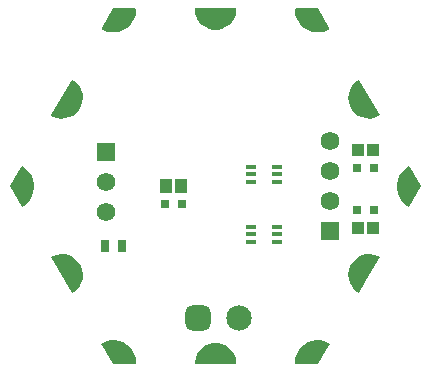
<source format=gts>
G04*
G04 #@! TF.GenerationSoftware,Altium Limited,Altium Designer,25.8.1 (18)*
G04*
G04 Layer_Color=8388736*
%FSLAX44Y44*%
%MOMM*%
G71*
G04*
G04 #@! TF.SameCoordinates,49EF26A0-86A8-49CD-8BE6-FAAFDC87ECF6*
G04*
G04*
G04 #@! TF.FilePolarity,Negative*
G04*
G01*
G75*
%ADD18R,0.8000X0.7500*%
G04:AMPARAMS|DCode=19|XSize=0.9mm|YSize=0.4mm|CornerRadius=0.05mm|HoleSize=0mm|Usage=FLASHONLY|Rotation=180.000|XOffset=0mm|YOffset=0mm|HoleType=Round|Shape=RoundedRectangle|*
%AMROUNDEDRECTD19*
21,1,0.9000,0.3000,0,0,180.0*
21,1,0.8000,0.4000,0,0,180.0*
1,1,0.1000,-0.4000,0.1500*
1,1,0.1000,0.4000,0.1500*
1,1,0.1000,0.4000,-0.1500*
1,1,0.1000,-0.4000,-0.1500*
%
%ADD19ROUNDEDRECTD19*%
%ADD25R,0.8000X0.8000*%
%ADD26R,1.0532X1.1032*%
%ADD27R,1.0032X1.1532*%
%ADD28R,0.7400X0.9900*%
G04:AMPARAMS|DCode=29|XSize=1.2032mm|YSize=1.2032mm|CornerRadius=0.6016mm|HoleSize=0mm|Usage=FLASHONLY|Rotation=300.000|XOffset=0mm|YOffset=0mm|HoleType=Round|Shape=RoundedRectangle|*
%AMROUNDEDRECTD29*
21,1,1.2032,0.0000,0,0,300.0*
21,1,0.0000,1.2032,0,0,300.0*
1,1,1.2032,0.0000,0.0000*
1,1,1.2032,0.0000,0.0000*
1,1,1.2032,0.0000,0.0000*
1,1,1.2032,0.0000,0.0000*
%
%ADD29ROUNDEDRECTD29*%
G04:AMPARAMS|DCode=30|XSize=1.2032mm|YSize=1.2032mm|CornerRadius=0.6016mm|HoleSize=0mm|Usage=FLASHONLY|Rotation=60.000|XOffset=0mm|YOffset=0mm|HoleType=Round|Shape=RoundedRectangle|*
%AMROUNDEDRECTD30*
21,1,1.2032,0.0000,0,0,60.0*
21,1,0.0000,1.2032,0,0,60.0*
1,1,1.2032,0.0000,0.0000*
1,1,1.2032,0.0000,0.0000*
1,1,1.2032,0.0000,0.0000*
1,1,1.2032,0.0000,0.0000*
%
%ADD30ROUNDEDRECTD30*%
G04:AMPARAMS|DCode=31|XSize=1.2032mm|YSize=1.2032mm|CornerRadius=0.6016mm|HoleSize=0mm|Usage=FLASHONLY|Rotation=180.000|XOffset=0mm|YOffset=0mm|HoleType=Round|Shape=RoundedRectangle|*
%AMROUNDEDRECTD31*
21,1,1.2032,0.0000,0,0,180.0*
21,1,0.0000,1.2032,0,0,180.0*
1,1,1.2032,0.0000,0.0000*
1,1,1.2032,0.0000,0.0000*
1,1,1.2032,0.0000,0.0000*
1,1,1.2032,0.0000,0.0000*
%
%ADD31ROUNDEDRECTD31*%
%ADD32R,1.5900X1.5900*%
%ADD33C,1.5900*%
%ADD34C,2.1532*%
G04:AMPARAMS|DCode=35|XSize=2.1532mm|YSize=2.1532mm|CornerRadius=0.5891mm|HoleSize=0mm|Usage=FLASHONLY|Rotation=0.000|XOffset=0mm|YOffset=0mm|HoleType=Round|Shape=RoundedRectangle|*
%AMROUNDEDRECTD35*
21,1,2.1532,0.9750,0,0,0.0*
21,1,0.9750,2.1532,0,0,0.0*
1,1,1.1782,0.4875,-0.4875*
1,1,1.1782,-0.4875,-0.4875*
1,1,1.1782,-0.4875,0.4875*
1,1,1.1782,0.4875,0.4875*
%
%ADD35ROUNDEDRECTD35*%
%ADD36C,1.5700*%
%ADD37R,1.5700X1.5700*%
G36*
X17444Y150500D02*
X17493D01*
X17544Y148745D01*
X16945Y145287D01*
X15672Y142015D01*
X13774Y139062D01*
X11327Y136544D01*
X8429Y134563D01*
X5196Y133196D01*
X1755Y132499D01*
X-1755D01*
X-5196Y133196D01*
X-8429Y134563D01*
X-11327Y136544D01*
X-13774Y139062D01*
X-15672Y142015D01*
X-16945Y145287D01*
X-16950Y145316D01*
X-16954Y145326D01*
X-17554Y148781D01*
X-17505Y150534D01*
X17443Y150557D01*
X17444Y150500D01*
D02*
G37*
G36*
X86890Y150530D02*
X96320Y134242D01*
X96269Y134211D01*
X96781Y133322D01*
X96738Y133295D01*
X96781Y133221D01*
X96781D01*
X95288Y132310D01*
X92025Y131047D01*
X88590Y130385D01*
X85091Y130344D01*
X81642Y130926D01*
X78350Y132112D01*
X75323Y133865D01*
X72655Y136128D01*
X70432Y138830D01*
X68725Y141884D01*
X67589Y145193D01*
X67059Y148651D01*
X67061Y148737D01*
X67059Y148751D01*
X67106Y150500D01*
X68068D01*
X68069Y150553D01*
Y150553D01*
X86890Y150530D01*
D02*
G37*
G36*
X-68068Y150500D02*
X-67106D01*
X-67059Y148751D01*
X-67062Y148736D01*
X-67059Y148651D01*
X-67589Y145193D01*
X-68726Y141884D01*
X-70432Y138830D01*
X-72655Y136128D01*
X-75323Y133865D01*
X-78351Y132112D01*
X-81642Y130926D01*
X-85092Y130344D01*
X-88590Y130385D01*
X-92025Y131047D01*
X-95288Y132310D01*
X-96781Y133221D01*
X-96739Y133295D01*
X-96781Y133322D01*
X-96269Y134211D01*
X-96320Y134242D01*
Y134242D01*
X-86890Y150530D01*
X-68069Y150553D01*
X-68068Y150500D01*
D02*
G37*
G36*
X139080Y60123D02*
X139037Y60097D01*
X139079Y60023D01*
X137587Y59102D01*
X134297Y57890D01*
X130831Y57355D01*
X127328Y57520D01*
X123928Y58377D01*
X120765Y59892D01*
X117967Y62004D01*
X115644Y64631D01*
X113888Y67667D01*
X112771Y70991D01*
X112336Y74470D01*
X112340Y74534D01*
X112336Y74570D01*
X112600Y78067D01*
X113554Y81442D01*
X115159Y84559D01*
X117351Y87296D01*
X120043Y89544D01*
X121586Y90378D01*
X139080Y60123D01*
D02*
G37*
G36*
X-120043Y89544D02*
X-117351Y87296D01*
X-115159Y84559D01*
X-113554Y81442D01*
X-112600Y78067D01*
X-112336Y74570D01*
X-112341Y74532D01*
X-112336Y74470D01*
X-112771Y70991D01*
X-113889Y67667D01*
X-114774Y66135D01*
X-115661Y64596D01*
X-117981Y61967D01*
X-120777Y59850D01*
X-123938Y58331D01*
X-127337Y57470D01*
X-130839Y57301D01*
X-134306Y57831D01*
X-137598Y59038D01*
X-139091Y59957D01*
X-139091D01*
X-139060Y60011D01*
X-139080Y60023D01*
X-139037Y60097D01*
X-139080Y60123D01*
X-139080D01*
X-121586Y90378D01*
X-120043Y89544D01*
D02*
G37*
G36*
X-162348Y16241D02*
X-159615Y14045D01*
X-157316Y11399D01*
X-155525Y8386D01*
X-154298Y5102D01*
X-153674Y1653D01*
Y-1853D01*
X-154298Y-5303D01*
X-155525Y-8586D01*
X-157316Y-11599D01*
X-159615Y-14246D01*
X-162348Y-16441D01*
X-163888Y-17278D01*
X-173778Y-100D01*
X-173749Y-50D01*
X-173778Y0D01*
X-164387Y16310D01*
X-164343Y16287D01*
X-163888Y17078D01*
X-162348Y16241D01*
D02*
G37*
G36*
X164343Y16287D02*
X164387Y16310D01*
X164387D01*
X173778Y0D01*
X173748Y-50D01*
X173777Y-100D01*
X163887Y-17278D01*
X162347Y-16441D01*
X159614Y-14246D01*
X157316Y-11599D01*
X155524Y-8586D01*
X154297Y-5303D01*
X153674Y-1853D01*
Y1653D01*
X154297Y5102D01*
X155524Y8386D01*
X157316Y11399D01*
X159614Y14045D01*
X162347Y16241D01*
X163887Y17078D01*
X163887D01*
X164343Y16287D01*
D02*
G37*
G36*
X-127329Y-57620D02*
X-123928Y-58477D01*
X-120766Y-59992D01*
X-117967Y-62105D01*
X-115644Y-64731D01*
X-113888Y-67767D01*
X-112771Y-71091D01*
X-112336Y-74571D01*
X-112340Y-74634D01*
X-112336Y-74671D01*
X-112600Y-78168D01*
X-113554Y-81542D01*
X-115159Y-84660D01*
X-117351Y-87397D01*
X-120043Y-89644D01*
X-121586Y-90478D01*
X-121586Y-90478D01*
X-139080Y-60223D01*
X-139037Y-60197D01*
X-139080Y-60123D01*
X-139080Y-60123D01*
D01*
X-137587Y-59202D01*
X-134297Y-57990D01*
X-130831Y-57456D01*
X-127329Y-57620D01*
D02*
G37*
G36*
X139091Y-60158D02*
D01*
Y-60158D01*
Y-60158D01*
D02*
G37*
G36*
X139079Y-60223D02*
D01*
Y-60223D01*
Y-60223D01*
D02*
G37*
G36*
X134297Y-57990D02*
X137587Y-59202D01*
X139080Y-60123D01*
X139068Y-60143D01*
X139091Y-60158D01*
X139060Y-60211D01*
X139079Y-60223D01*
X130346Y-75327D01*
X121637Y-90435D01*
X121616Y-90424D01*
X121585Y-90478D01*
X120043Y-89644D01*
X117351Y-87397D01*
X115159Y-84660D01*
X113554Y-81542D01*
X112600Y-78168D01*
X112336Y-74671D01*
X112340Y-74632D01*
X112336Y-74571D01*
X112771Y-71091D01*
X113888Y-67767D01*
X115644Y-64731D01*
X117967Y-62105D01*
X120765Y-59992D01*
X123928Y-58477D01*
X127328Y-57620D01*
X130831Y-57456D01*
X134297Y-57990D01*
D02*
G37*
G36*
X-81642Y-131026D02*
X-78351Y-132213D01*
X-75323Y-133965D01*
X-72655Y-136229D01*
X-70432Y-138930D01*
X-68726Y-141984D01*
X-67589Y-145293D01*
X-67059Y-148751D01*
X-67106Y-150500D01*
X-68068D01*
X-68069Y-150553D01*
X-86890Y-150530D01*
X-96320Y-134242D01*
X-96269Y-134211D01*
X-96781Y-133322D01*
D01*
Y-133322D01*
Y-133322D01*
X-95288Y-132410D01*
X-92025Y-131147D01*
X-88590Y-130485D01*
X-85092Y-130444D01*
X-81642Y-131026D01*
D02*
G37*
G36*
X5196Y-133196D02*
X8429Y-134563D01*
X11327Y-136544D01*
X13774Y-139062D01*
X15672Y-142015D01*
X16945Y-145287D01*
X17544Y-148746D01*
X17493Y-150500D01*
X-17493D01*
X-17544Y-148746D01*
X-16945Y-145287D01*
X-15672Y-142015D01*
X-13774Y-139062D01*
X-11327Y-136544D01*
X-8429Y-134563D01*
X-5196Y-133196D01*
X-1755Y-132499D01*
X1755D01*
X5196Y-133196D01*
D02*
G37*
G36*
X88590Y-130485D02*
X92025Y-131147D01*
X95288Y-132410D01*
X96781Y-133322D01*
X96781Y-133322D01*
X96269Y-134211D01*
X96320Y-134242D01*
X86890Y-150530D01*
X68069Y-150553D01*
X68068Y-150500D01*
X67106D01*
X67059Y-148751D01*
X67589Y-145293D01*
X68726Y-141984D01*
X70432Y-138930D01*
X72655Y-136229D01*
X75323Y-133965D01*
X78351Y-132213D01*
X81642Y-131026D01*
X85092Y-130444D01*
X88590Y-130485D01*
D02*
G37*
D18*
X119500Y15240D02*
D03*
X134500Y-20320D02*
D03*
X119500D02*
D03*
X134500Y15240D02*
D03*
D19*
X51640Y10160D02*
D03*
X29640Y-40640D02*
D03*
X51640Y-34140D02*
D03*
Y3660D02*
D03*
Y-40640D02*
D03*
Y16660D02*
D03*
X29640D02*
D03*
Y10160D02*
D03*
Y3660D02*
D03*
X51640Y-47140D02*
D03*
X29640Y-34140D02*
D03*
Y-47140D02*
D03*
D25*
X-43060Y-15240D02*
D03*
X-28060D02*
D03*
D26*
X120500Y30480D02*
D03*
X133500Y-35560D02*
D03*
X120500D02*
D03*
X133500Y30480D02*
D03*
D27*
X-41810Y0D02*
D03*
X-29310D02*
D03*
D28*
X-79360Y-50800D02*
D03*
X-93360D02*
D03*
D29*
X123901Y-71601D02*
D03*
X-123901Y71401D02*
D03*
X82601Y-143101D02*
D03*
X-82601Y143101D02*
D03*
D30*
X0D02*
D03*
X-82601Y-143101D02*
D03*
X82601Y143101D02*
D03*
D31*
X-123901Y-71501D02*
D03*
X123901Y71501D02*
D03*
X-165199Y0D02*
D03*
X165199D02*
D03*
D32*
X96520Y-38100D02*
D03*
D33*
Y-12700D02*
D03*
Y12700D02*
D03*
Y38100D02*
D03*
D34*
X19760Y-111760D02*
D03*
D35*
X-15240D02*
D03*
D36*
X-93003Y-21698D02*
D03*
Y3702D02*
D03*
D37*
Y29102D02*
D03*
M02*

</source>
